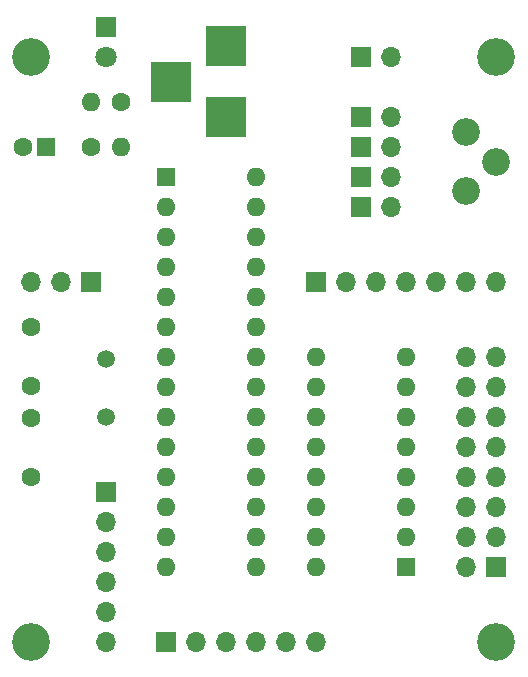
<source format=gts>
G04 #@! TF.FileFunction,Soldermask,Top*
%FSLAX46Y46*%
G04 Gerber Fmt 4.6, Leading zero omitted, Abs format (unit mm)*
G04 Created by KiCad (PCBNEW 4.0.7) date Tuesday, February 20, 2018 'PMt' 03:02:02 PM*
%MOMM*%
%LPD*%
G01*
G04 APERTURE LIST*
%ADD10C,0.100000*%
%ADD11R,1.600000X1.600000*%
%ADD12O,1.600000X1.600000*%
%ADD13C,1.600000*%
%ADD14R,1.700000X1.700000*%
%ADD15O,1.700000X1.700000*%
%ADD16R,3.500000X3.500000*%
%ADD17C,2.340000*%
%ADD18C,1.500000*%
%ADD19C,3.200000*%
%ADD20R,1.800000X1.800000*%
%ADD21C,1.800000*%
G04 APERTURE END LIST*
D10*
D11*
X97790000Y-85090000D03*
D12*
X105410000Y-118110000D03*
X97790000Y-87630000D03*
X105410000Y-115570000D03*
X97790000Y-90170000D03*
X105410000Y-113030000D03*
X97790000Y-92710000D03*
X105410000Y-110490000D03*
X97790000Y-95250000D03*
X105410000Y-107950000D03*
X97790000Y-97790000D03*
X105410000Y-105410000D03*
X97790000Y-100330000D03*
X105410000Y-102870000D03*
X97790000Y-102870000D03*
X105410000Y-100330000D03*
X97790000Y-105410000D03*
X105410000Y-97790000D03*
X97790000Y-107950000D03*
X105410000Y-95250000D03*
X97790000Y-110490000D03*
X105410000Y-92710000D03*
X97790000Y-113030000D03*
X105410000Y-90170000D03*
X97790000Y-115570000D03*
X105410000Y-87630000D03*
X97790000Y-118110000D03*
X105410000Y-85090000D03*
D13*
X86360000Y-97790000D03*
X86360000Y-102790000D03*
X86360000Y-110490000D03*
X86360000Y-105490000D03*
D14*
X114300000Y-87630000D03*
D15*
X116840000Y-87630000D03*
D14*
X114300000Y-85090000D03*
D15*
X116840000Y-85090000D03*
D14*
X114300000Y-82550000D03*
D15*
X116840000Y-82550000D03*
D16*
X102870000Y-80010000D03*
X102870000Y-74010000D03*
X98170000Y-77010000D03*
D14*
X125730000Y-118110000D03*
D15*
X123190000Y-118110000D03*
X125730000Y-115570000D03*
X123190000Y-115570000D03*
X125730000Y-113030000D03*
X123190000Y-113030000D03*
X125730000Y-110490000D03*
X123190000Y-110490000D03*
X125730000Y-107950000D03*
X123190000Y-107950000D03*
X125730000Y-105410000D03*
X123190000Y-105410000D03*
X125730000Y-102870000D03*
X123190000Y-102870000D03*
X125730000Y-100330000D03*
X123190000Y-100330000D03*
D14*
X114300000Y-80010000D03*
D15*
X116840000Y-80010000D03*
D14*
X97790000Y-124460000D03*
D15*
X100330000Y-124460000D03*
X102870000Y-124460000D03*
X105410000Y-124460000D03*
X107950000Y-124460000D03*
X110490000Y-124460000D03*
D17*
X123190000Y-86280000D03*
X125690000Y-83780000D03*
X123190000Y-81280000D03*
D11*
X118110000Y-118110000D03*
D12*
X110490000Y-100330000D03*
X118110000Y-115570000D03*
X110490000Y-102870000D03*
X118110000Y-113030000D03*
X110490000Y-105410000D03*
X118110000Y-110490000D03*
X110490000Y-107950000D03*
X118110000Y-107950000D03*
X110490000Y-110490000D03*
X118110000Y-105410000D03*
X110490000Y-113030000D03*
X118110000Y-102870000D03*
X110490000Y-115570000D03*
X118110000Y-100330000D03*
X110490000Y-118110000D03*
D14*
X110490000Y-93980000D03*
D15*
X113030000Y-93980000D03*
X115570000Y-93980000D03*
X118110000Y-93980000D03*
X120650000Y-93980000D03*
X123190000Y-93980000D03*
X125730000Y-93980000D03*
D18*
X92710000Y-105410000D03*
X92710000Y-100530000D03*
D14*
X92710000Y-111760000D03*
D15*
X92710000Y-114300000D03*
X92710000Y-116840000D03*
X92710000Y-119380000D03*
X92710000Y-121920000D03*
X92710000Y-124460000D03*
D14*
X91440000Y-93980000D03*
D15*
X88900000Y-93980000D03*
X86360000Y-93980000D03*
D19*
X86360000Y-74930000D03*
X86360000Y-124460000D03*
X125730000Y-124460000D03*
X125730000Y-74930000D03*
D20*
X92710000Y-72390000D03*
D21*
X92710000Y-74930000D03*
D14*
X114300000Y-74930000D03*
D15*
X116840000Y-74930000D03*
D13*
X93980000Y-78740000D03*
D12*
X91440000Y-78740000D03*
D11*
X87630000Y-82550000D03*
D13*
X85630000Y-82550000D03*
X91440000Y-82550000D03*
D12*
X93980000Y-82550000D03*
M02*

</source>
